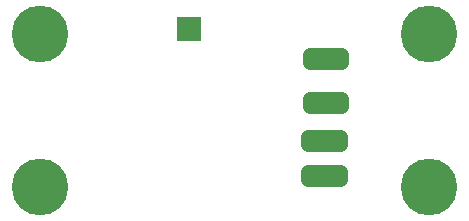
<source format=gbr>
%TF.GenerationSoftware,KiCad,Pcbnew,(6.0.4-0)*%
%TF.CreationDate,2022-07-19T08:11:49-06:00*%
%TF.ProjectId,two-wire-single,74776f2d-7769-4726-952d-73696e676c65,rev?*%
%TF.SameCoordinates,Original*%
%TF.FileFunction,Soldermask,Bot*%
%TF.FilePolarity,Negative*%
%FSLAX46Y46*%
G04 Gerber Fmt 4.6, Leading zero omitted, Abs format (unit mm)*
G04 Created by KiCad (PCBNEW (6.0.4-0)) date 2022-07-19 08:11:49*
%MOMM*%
%LPD*%
G01*
G04 APERTURE LIST*
G04 Aperture macros list*
%AMRoundRect*
0 Rectangle with rounded corners*
0 $1 Rounding radius*
0 $2 $3 $4 $5 $6 $7 $8 $9 X,Y pos of 4 corners*
0 Add a 4 corners polygon primitive as box body*
4,1,4,$2,$3,$4,$5,$6,$7,$8,$9,$2,$3,0*
0 Add four circle primitives for the rounded corners*
1,1,$1+$1,$2,$3*
1,1,$1+$1,$4,$5*
1,1,$1+$1,$6,$7*
1,1,$1+$1,$8,$9*
0 Add four rect primitives between the rounded corners*
20,1,$1+$1,$2,$3,$4,$5,0*
20,1,$1+$1,$4,$5,$6,$7,0*
20,1,$1+$1,$6,$7,$8,$9,0*
20,1,$1+$1,$8,$9,$2,$3,0*%
%AMFreePoly0*
4,1,41,0.636777,0.930194,0.706366,0.874698,0.744986,0.794504,0.750000,0.750000,0.750000,-0.750000,0.730194,-0.836777,0.674698,-0.906366,0.594504,-0.944986,0.550000,-0.950000,0.000000,-0.950000,-0.023504,-0.944635,-0.083606,-0.943534,-0.139582,-0.934468,-0.274897,-0.892193,-0.326080,-0.867780,-0.444090,-0.789225,-0.486362,-0.751429,-0.577582,-0.642910,-0.607548,-0.594768,-0.664643,-0.465009,
-0.679893,-0.410393,-0.697476,-0.275933,-0.697084,-0.275882,-0.700000,-0.250000,-0.700000,0.250000,-0.697921,0.259109,-0.697582,0.286880,-0.675771,0.426957,-0.659192,0.481183,-0.598944,0.609508,-0.567811,0.656904,-0.473967,0.763162,-0.430783,0.799915,-0.310888,0.875563,-0.259125,0.898717,-0.122818,0.937674,-0.066635,0.945370,-0.042411,0.945222,0.000000,0.950000,0.550000,0.950000,
0.636777,0.930194,0.636777,0.930194,$1*%
%AMFreePoly1*
4,1,41,0.022678,0.944824,0.075125,0.944504,0.131210,0.936123,0.267031,0.895504,0.318507,0.871718,0.437469,0.794611,0.480202,0.757333,0.572740,0.649936,0.603290,0.602165,0.661967,0.473113,0.677883,0.418686,0.697980,0.278353,0.700000,0.250000,0.700000,-0.250000,0.699985,-0.252439,0.699836,-0.264655,0.697079,-0.295398,0.673559,-0.435199,0.656318,-0.489221,0.594506,-0.616800,
0.562797,-0.663810,0.467662,-0.768914,0.424032,-0.805137,0.303222,-0.879314,0.251181,-0.901834,0.114408,-0.939123,0.058135,-0.946132,0.037663,-0.945757,0.000000,-0.950000,-0.550000,-0.950000,-0.636777,-0.930194,-0.706366,-0.874698,-0.744986,-0.794504,-0.750000,-0.750000,-0.750000,0.750000,-0.730194,0.836777,-0.674698,0.906366,-0.594504,0.944986,-0.550000,0.950000,0.000000,0.950000,
0.022678,0.944824,0.022678,0.944824,$1*%
G04 Aperture macros list end*
%ADD10C,1.100000*%
%ADD11C,4.800000*%
%ADD12RoundRect,0.200000X-0.850000X-0.850000X0.850000X-0.850000X0.850000X0.850000X-0.850000X0.850000X0*%
%ADD13FreePoly0,0.000000*%
%ADD14RoundRect,0.200000X-0.500000X-0.750000X0.500000X-0.750000X0.500000X0.750000X-0.500000X0.750000X0*%
%ADD15FreePoly1,0.000000*%
G04 APERTURE END LIST*
D10*
%TO.C,MH1*%
X101350000Y-84000000D03*
X103000000Y-82350000D03*
X104166726Y-85166726D03*
X104166726Y-82833274D03*
D11*
X103000000Y-84000000D03*
D10*
X104650000Y-84000000D03*
X101833274Y-82833274D03*
X101833274Y-85166726D03*
X103000000Y-85650000D03*
%TD*%
D11*
%TO.C,MH2*%
X136000000Y-84000000D03*
D10*
X137166726Y-82833274D03*
X134350000Y-84000000D03*
X137650000Y-84000000D03*
X137166726Y-85166726D03*
X136000000Y-82350000D03*
X136000000Y-85650000D03*
X134833274Y-85166726D03*
X134833274Y-82833274D03*
%TD*%
%TO.C,MH3*%
X101833274Y-98166726D03*
D11*
X103000000Y-97000000D03*
D10*
X104166726Y-98166726D03*
X101833274Y-95833274D03*
X104166726Y-95833274D03*
X103000000Y-95350000D03*
X104650000Y-97000000D03*
X101350000Y-97000000D03*
X103000000Y-98650000D03*
%TD*%
D11*
%TO.C,MH4*%
X136000000Y-97000000D03*
D10*
X134833274Y-95833274D03*
X134350000Y-97000000D03*
X137650000Y-97000000D03*
X136000000Y-95350000D03*
X137166726Y-98166726D03*
X137166726Y-95833274D03*
X134833274Y-98166726D03*
X136000000Y-98650000D03*
%TD*%
D12*
%TO.C,J3*%
X115650000Y-83550000D03*
%TD*%
D13*
%TO.C,JP12*%
X125950000Y-86150000D03*
D14*
X127250000Y-86150000D03*
D15*
X128550000Y-86150000D03*
%TD*%
D13*
%TO.C,JP13*%
X125950000Y-89850000D03*
D14*
X127250000Y-89850000D03*
D15*
X128550000Y-89850000D03*
%TD*%
D13*
%TO.C,JP14*%
X125850000Y-93050000D03*
D14*
X127150000Y-93050000D03*
D15*
X128450000Y-93050000D03*
%TD*%
D13*
%TO.C,JP9*%
X125850000Y-96050000D03*
D14*
X127150000Y-96050000D03*
D15*
X128450000Y-96050000D03*
%TD*%
M02*

</source>
